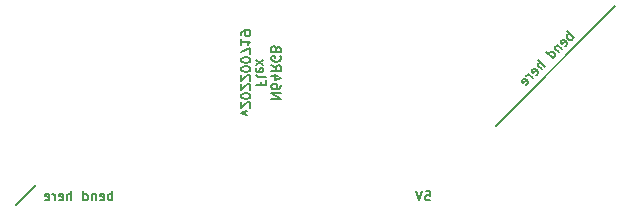
<source format=gbr>
%TF.GenerationSoftware,KiCad,Pcbnew,(6.0.4)*%
%TF.CreationDate,2022-07-22T08:37:44+02:00*%
%TF.ProjectId,n64rgb_v3,6e363472-6762-45f7-9633-2e6b69636164,20220719*%
%TF.SameCoordinates,Original*%
%TF.FileFunction,Legend,Bot*%
%TF.FilePolarity,Positive*%
%FSLAX46Y46*%
G04 Gerber Fmt 4.6, Leading zero omitted, Abs format (unit mm)*
G04 Created by KiCad (PCBNEW (6.0.4)) date 2022-07-22 08:37:44*
%MOMM*%
%LPD*%
G01*
G04 APERTURE LIST*
%ADD10C,0.200000*%
%ADD11C,0.150000*%
G04 APERTURE END LIST*
D10*
X116600000Y-121500000D02*
X126700000Y-111400000D01*
X75980000Y-128200000D02*
X77640000Y-126540000D01*
D11*
X123162741Y-114049068D02*
X122597056Y-113483383D01*
X122812555Y-113698882D02*
X122731743Y-113725820D01*
X122623993Y-113833569D01*
X122597056Y-113914381D01*
X122597056Y-113968256D01*
X122623993Y-114049068D01*
X122785618Y-114210693D01*
X122866430Y-114237630D01*
X122920305Y-114237630D01*
X123001117Y-114210693D01*
X123108866Y-114102943D01*
X123135804Y-114022131D01*
X122408494Y-114749441D02*
X122489306Y-114722503D01*
X122597056Y-114614754D01*
X122623993Y-114533942D01*
X122597056Y-114453129D01*
X122381557Y-114237630D01*
X122300744Y-114210693D01*
X122219932Y-114237630D01*
X122112183Y-114345380D01*
X122085245Y-114426192D01*
X122112183Y-114507004D01*
X122166057Y-114560879D01*
X122489306Y-114345380D01*
X121788934Y-114668629D02*
X122166057Y-115045752D01*
X121842809Y-114722503D02*
X121788934Y-114722503D01*
X121708122Y-114749441D01*
X121627309Y-114830253D01*
X121600372Y-114911065D01*
X121627309Y-114991877D01*
X121923621Y-115288189D01*
X121411810Y-115800000D02*
X120846125Y-115234314D01*
X121384873Y-115773062D02*
X121465685Y-115746125D01*
X121573435Y-115638375D01*
X121600372Y-115557563D01*
X121600372Y-115503688D01*
X121573435Y-115422876D01*
X121411810Y-115261251D01*
X121330998Y-115234314D01*
X121277123Y-115234314D01*
X121196311Y-115261251D01*
X121088561Y-115369001D01*
X121061624Y-115449813D01*
X120711438Y-116500372D02*
X120145752Y-115934687D01*
X120469001Y-116742809D02*
X120172690Y-116446497D01*
X120145752Y-116365685D01*
X120172690Y-116284873D01*
X120253502Y-116204061D01*
X120334314Y-116177123D01*
X120388189Y-116177123D01*
X119957190Y-117200744D02*
X120038003Y-117173807D01*
X120145752Y-117066057D01*
X120172690Y-116985245D01*
X120145752Y-116904433D01*
X119930253Y-116688934D01*
X119849441Y-116661996D01*
X119768629Y-116688934D01*
X119660879Y-116796683D01*
X119633942Y-116877496D01*
X119660879Y-116958308D01*
X119714754Y-117012183D01*
X120038003Y-116796683D01*
X119714754Y-117497056D02*
X119337630Y-117119932D01*
X119445380Y-117227682D02*
X119364568Y-117200744D01*
X119310693Y-117200744D01*
X119229881Y-117227682D01*
X119176006Y-117281557D01*
X119122131Y-118035804D02*
X119202943Y-118008866D01*
X119310693Y-117901117D01*
X119337630Y-117820305D01*
X119310693Y-117739492D01*
X119095194Y-117523993D01*
X119014381Y-117497056D01*
X118933569Y-117523993D01*
X118825820Y-117631743D01*
X118798882Y-117712555D01*
X118825820Y-117793367D01*
X118879694Y-117847242D01*
X119202943Y-117631743D01*
X97586095Y-119210476D02*
X98386095Y-119210476D01*
X97586095Y-118753333D01*
X98386095Y-118753333D01*
X98386095Y-118029523D02*
X98386095Y-118181904D01*
X98348000Y-118258095D01*
X98309904Y-118296190D01*
X98195619Y-118372380D01*
X98043238Y-118410476D01*
X97738476Y-118410476D01*
X97662285Y-118372380D01*
X97624190Y-118334285D01*
X97586095Y-118258095D01*
X97586095Y-118105714D01*
X97624190Y-118029523D01*
X97662285Y-117991428D01*
X97738476Y-117953333D01*
X97928952Y-117953333D01*
X98005142Y-117991428D01*
X98043238Y-118029523D01*
X98081333Y-118105714D01*
X98081333Y-118258095D01*
X98043238Y-118334285D01*
X98005142Y-118372380D01*
X97928952Y-118410476D01*
X98119428Y-117267619D02*
X97586095Y-117267619D01*
X98424190Y-117458095D02*
X97852761Y-117648571D01*
X97852761Y-117153333D01*
X97586095Y-116391428D02*
X97967047Y-116658095D01*
X97586095Y-116848571D02*
X98386095Y-116848571D01*
X98386095Y-116543809D01*
X98348000Y-116467619D01*
X98309904Y-116429523D01*
X98233714Y-116391428D01*
X98119428Y-116391428D01*
X98043238Y-116429523D01*
X98005142Y-116467619D01*
X97967047Y-116543809D01*
X97967047Y-116848571D01*
X98348000Y-115629523D02*
X98386095Y-115705714D01*
X98386095Y-115820000D01*
X98348000Y-115934285D01*
X98271809Y-116010476D01*
X98195619Y-116048571D01*
X98043238Y-116086666D01*
X97928952Y-116086666D01*
X97776571Y-116048571D01*
X97700380Y-116010476D01*
X97624190Y-115934285D01*
X97586095Y-115820000D01*
X97586095Y-115743809D01*
X97624190Y-115629523D01*
X97662285Y-115591428D01*
X97928952Y-115591428D01*
X97928952Y-115743809D01*
X98005142Y-114981904D02*
X97967047Y-114867619D01*
X97928952Y-114829523D01*
X97852761Y-114791428D01*
X97738476Y-114791428D01*
X97662285Y-114829523D01*
X97624190Y-114867619D01*
X97586095Y-114943809D01*
X97586095Y-115248571D01*
X98386095Y-115248571D01*
X98386095Y-114981904D01*
X98348000Y-114905714D01*
X98309904Y-114867619D01*
X98233714Y-114829523D01*
X98157523Y-114829523D01*
X98081333Y-114867619D01*
X98043238Y-114905714D01*
X98005142Y-114981904D01*
X98005142Y-115248571D01*
X96717142Y-117781904D02*
X96717142Y-118048571D01*
X96298095Y-118048571D02*
X97098095Y-118048571D01*
X97098095Y-117667619D01*
X96298095Y-117248571D02*
X96336190Y-117324761D01*
X96412380Y-117362857D01*
X97098095Y-117362857D01*
X96336190Y-116639047D02*
X96298095Y-116715238D01*
X96298095Y-116867619D01*
X96336190Y-116943809D01*
X96412380Y-116981904D01*
X96717142Y-116981904D01*
X96793333Y-116943809D01*
X96831428Y-116867619D01*
X96831428Y-116715238D01*
X96793333Y-116639047D01*
X96717142Y-116600952D01*
X96640952Y-116600952D01*
X96564761Y-116981904D01*
X96298095Y-116334285D02*
X96831428Y-115915238D01*
X96831428Y-116334285D02*
X96298095Y-115915238D01*
X95543428Y-120639047D02*
X95010095Y-120448571D01*
X95543428Y-120258095D01*
X95733904Y-119991428D02*
X95772000Y-119953333D01*
X95810095Y-119877142D01*
X95810095Y-119686666D01*
X95772000Y-119610476D01*
X95733904Y-119572380D01*
X95657714Y-119534285D01*
X95581523Y-119534285D01*
X95467238Y-119572380D01*
X95010095Y-120029523D01*
X95010095Y-119534285D01*
X95810095Y-119039047D02*
X95810095Y-118962857D01*
X95772000Y-118886666D01*
X95733904Y-118848571D01*
X95657714Y-118810476D01*
X95505333Y-118772380D01*
X95314857Y-118772380D01*
X95162476Y-118810476D01*
X95086285Y-118848571D01*
X95048190Y-118886666D01*
X95010095Y-118962857D01*
X95010095Y-119039047D01*
X95048190Y-119115238D01*
X95086285Y-119153333D01*
X95162476Y-119191428D01*
X95314857Y-119229523D01*
X95505333Y-119229523D01*
X95657714Y-119191428D01*
X95733904Y-119153333D01*
X95772000Y-119115238D01*
X95810095Y-119039047D01*
X95733904Y-118467619D02*
X95772000Y-118429523D01*
X95810095Y-118353333D01*
X95810095Y-118162857D01*
X95772000Y-118086666D01*
X95733904Y-118048571D01*
X95657714Y-118010476D01*
X95581523Y-118010476D01*
X95467238Y-118048571D01*
X95010095Y-118505714D01*
X95010095Y-118010476D01*
X95733904Y-117705714D02*
X95772000Y-117667619D01*
X95810095Y-117591428D01*
X95810095Y-117400952D01*
X95772000Y-117324761D01*
X95733904Y-117286666D01*
X95657714Y-117248571D01*
X95581523Y-117248571D01*
X95467238Y-117286666D01*
X95010095Y-117743809D01*
X95010095Y-117248571D01*
X95810095Y-116753333D02*
X95810095Y-116677142D01*
X95772000Y-116600952D01*
X95733904Y-116562857D01*
X95657714Y-116524761D01*
X95505333Y-116486666D01*
X95314857Y-116486666D01*
X95162476Y-116524761D01*
X95086285Y-116562857D01*
X95048190Y-116600952D01*
X95010095Y-116677142D01*
X95010095Y-116753333D01*
X95048190Y-116829523D01*
X95086285Y-116867619D01*
X95162476Y-116905714D01*
X95314857Y-116943809D01*
X95505333Y-116943809D01*
X95657714Y-116905714D01*
X95733904Y-116867619D01*
X95772000Y-116829523D01*
X95810095Y-116753333D01*
X95810095Y-115991428D02*
X95810095Y-115915238D01*
X95772000Y-115839047D01*
X95733904Y-115800952D01*
X95657714Y-115762857D01*
X95505333Y-115724761D01*
X95314857Y-115724761D01*
X95162476Y-115762857D01*
X95086285Y-115800952D01*
X95048190Y-115839047D01*
X95010095Y-115915238D01*
X95010095Y-115991428D01*
X95048190Y-116067619D01*
X95086285Y-116105714D01*
X95162476Y-116143809D01*
X95314857Y-116181904D01*
X95505333Y-116181904D01*
X95657714Y-116143809D01*
X95733904Y-116105714D01*
X95772000Y-116067619D01*
X95810095Y-115991428D01*
X95810095Y-115458095D02*
X95810095Y-114924761D01*
X95010095Y-115267619D01*
X95010095Y-114200952D02*
X95010095Y-114658095D01*
X95010095Y-114429523D02*
X95810095Y-114429523D01*
X95695809Y-114505714D01*
X95619619Y-114581904D01*
X95581523Y-114658095D01*
X95010095Y-113820000D02*
X95010095Y-113667619D01*
X95048190Y-113591428D01*
X95086285Y-113553333D01*
X95200571Y-113477142D01*
X95352952Y-113439047D01*
X95657714Y-113439047D01*
X95733904Y-113477142D01*
X95772000Y-113515238D01*
X95810095Y-113591428D01*
X95810095Y-113743809D01*
X95772000Y-113820000D01*
X95733904Y-113858095D01*
X95657714Y-113896190D01*
X95467238Y-113896190D01*
X95391047Y-113858095D01*
X95352952Y-113820000D01*
X95314857Y-113743809D01*
X95314857Y-113591428D01*
X95352952Y-113515238D01*
X95391047Y-113477142D01*
X95467238Y-113439047D01*
X110634259Y-127033904D02*
X111015212Y-127033904D01*
X111053307Y-127414857D01*
X111015212Y-127376761D01*
X110939021Y-127338666D01*
X110748545Y-127338666D01*
X110672355Y-127376761D01*
X110634259Y-127414857D01*
X110596164Y-127491047D01*
X110596164Y-127681523D01*
X110634259Y-127757714D01*
X110672355Y-127795809D01*
X110748545Y-127833904D01*
X110939021Y-127833904D01*
X111015212Y-127795809D01*
X111053307Y-127757714D01*
X110367593Y-127033904D02*
X110100926Y-127833904D01*
X109834259Y-127033904D01*
X84118095Y-127821904D02*
X84118095Y-127021904D01*
X84118095Y-127326666D02*
X84041904Y-127288571D01*
X83889523Y-127288571D01*
X83813333Y-127326666D01*
X83775238Y-127364761D01*
X83737142Y-127440952D01*
X83737142Y-127669523D01*
X83775238Y-127745714D01*
X83813333Y-127783809D01*
X83889523Y-127821904D01*
X84041904Y-127821904D01*
X84118095Y-127783809D01*
X83089523Y-127783809D02*
X83165714Y-127821904D01*
X83318095Y-127821904D01*
X83394285Y-127783809D01*
X83432380Y-127707619D01*
X83432380Y-127402857D01*
X83394285Y-127326666D01*
X83318095Y-127288571D01*
X83165714Y-127288571D01*
X83089523Y-127326666D01*
X83051428Y-127402857D01*
X83051428Y-127479047D01*
X83432380Y-127555238D01*
X82708571Y-127288571D02*
X82708571Y-127821904D01*
X82708571Y-127364761D02*
X82670476Y-127326666D01*
X82594285Y-127288571D01*
X82480000Y-127288571D01*
X82403809Y-127326666D01*
X82365714Y-127402857D01*
X82365714Y-127821904D01*
X81641904Y-127821904D02*
X81641904Y-127021904D01*
X81641904Y-127783809D02*
X81718095Y-127821904D01*
X81870476Y-127821904D01*
X81946666Y-127783809D01*
X81984761Y-127745714D01*
X82022857Y-127669523D01*
X82022857Y-127440952D01*
X81984761Y-127364761D01*
X81946666Y-127326666D01*
X81870476Y-127288571D01*
X81718095Y-127288571D01*
X81641904Y-127326666D01*
X80651428Y-127821904D02*
X80651428Y-127021904D01*
X80308571Y-127821904D02*
X80308571Y-127402857D01*
X80346666Y-127326666D01*
X80422857Y-127288571D01*
X80537142Y-127288571D01*
X80613333Y-127326666D01*
X80651428Y-127364761D01*
X79622857Y-127783809D02*
X79699047Y-127821904D01*
X79851428Y-127821904D01*
X79927619Y-127783809D01*
X79965714Y-127707619D01*
X79965714Y-127402857D01*
X79927619Y-127326666D01*
X79851428Y-127288571D01*
X79699047Y-127288571D01*
X79622857Y-127326666D01*
X79584761Y-127402857D01*
X79584761Y-127479047D01*
X79965714Y-127555238D01*
X79241904Y-127821904D02*
X79241904Y-127288571D01*
X79241904Y-127440952D02*
X79203809Y-127364761D01*
X79165714Y-127326666D01*
X79089523Y-127288571D01*
X79013333Y-127288571D01*
X78441904Y-127783809D02*
X78518095Y-127821904D01*
X78670476Y-127821904D01*
X78746666Y-127783809D01*
X78784761Y-127707619D01*
X78784761Y-127402857D01*
X78746666Y-127326666D01*
X78670476Y-127288571D01*
X78518095Y-127288571D01*
X78441904Y-127326666D01*
X78403809Y-127402857D01*
X78403809Y-127479047D01*
X78784761Y-127555238D01*
M02*

</source>
